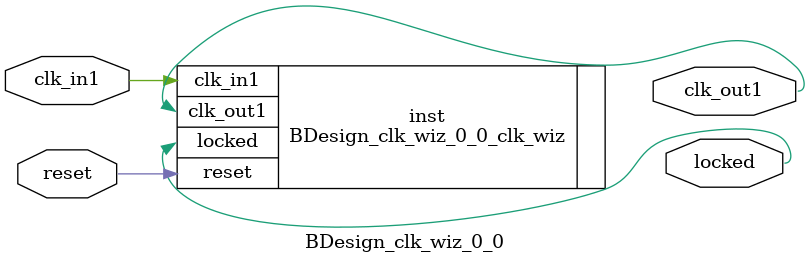
<source format=v>


`timescale 1ps/1ps

(* CORE_GENERATION_INFO = "BDesign_clk_wiz_0_0,clk_wiz_v6_0_6_0_0,{component_name=BDesign_clk_wiz_0_0,use_phase_alignment=true,use_min_o_jitter=false,use_max_i_jitter=false,use_dyn_phase_shift=false,use_inclk_switchover=false,use_dyn_reconfig=false,enable_axi=0,feedback_source=FDBK_AUTO,PRIMITIVE=MMCM,num_out_clk=1,clkin1_period=8.000,clkin2_period=10.000,use_power_down=false,use_reset=true,use_locked=true,use_inclk_stopped=false,feedback_type=SINGLE,CLOCK_MGR_TYPE=NA,manual_override=false}" *)

module BDesign_clk_wiz_0_0 
 (
  // Clock out ports
  output        clk_out1,
  // Status and control signals
  input         reset,
  output        locked,
 // Clock in ports
  input         clk_in1
 );

  BDesign_clk_wiz_0_0_clk_wiz inst
  (
  // Clock out ports  
  .clk_out1(clk_out1),
  // Status and control signals               
  .reset(reset), 
  .locked(locked),
 // Clock in ports
  .clk_in1(clk_in1)
  );

endmodule

</source>
